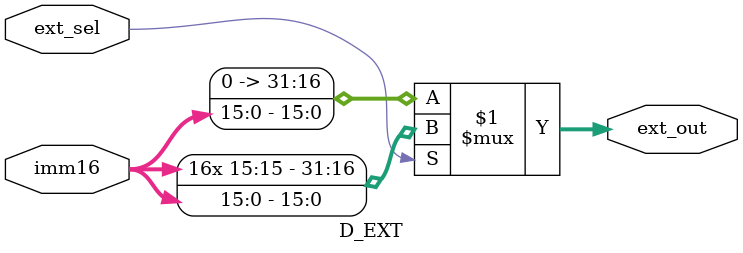
<source format=v>
`timescale 1ns / 1ps
`include "const.v"


module D_EXT(
    input [15:0] imm16,
    input ext_sel,
    output [31:0] ext_out
    );
	assign ext_out = (ext_sel)? {{16{imm16[15]}},imm16} : {{16{1'b0}},imm16};
	
endmodule
</source>
